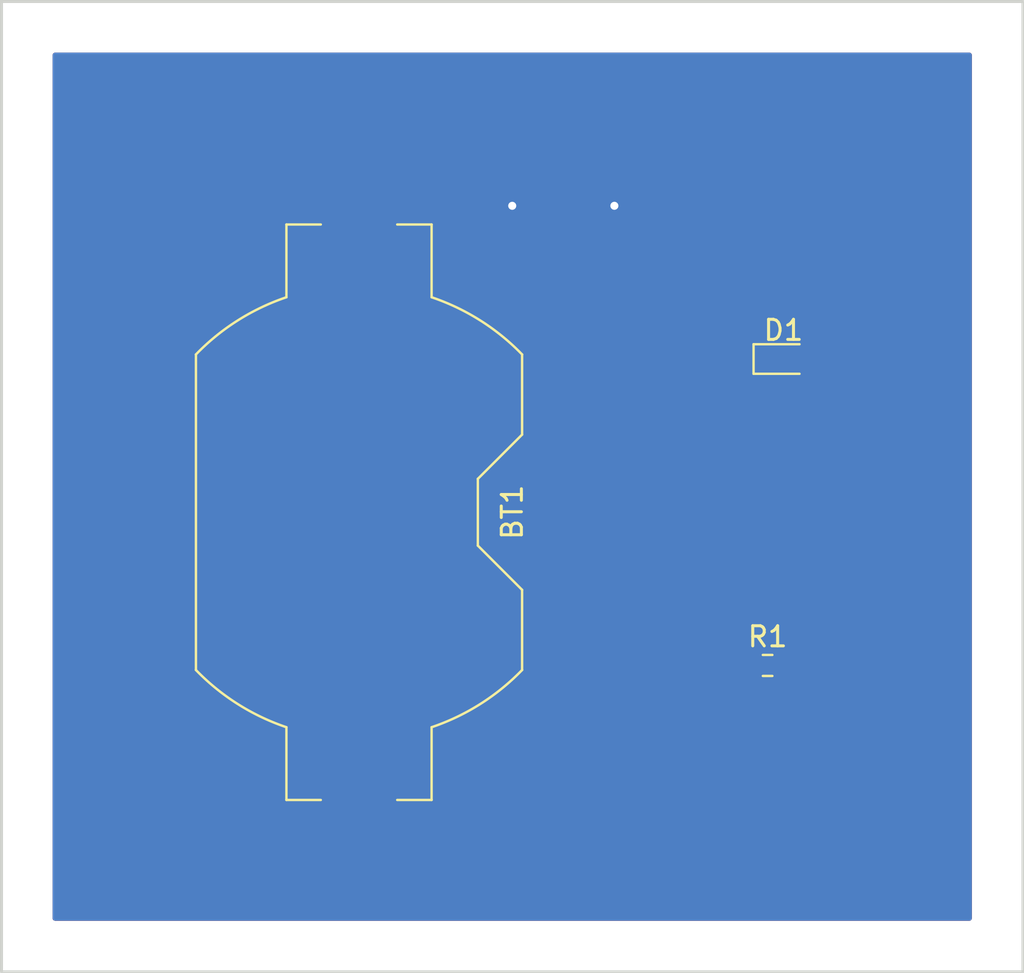
<source format=kicad_pcb>
(kicad_pcb (version 20221018) (generator pcbnew)
  (layers (0 "F.Cu" signal) (31 "B.Cu" signal) (34 "B.Paste" user) (35 "F.Paste" user) (36 "B.SilkS" user "B.Silkscreen") (37 "F.SilkS" user "F.Silkscreen") (38 "B.Mask" user) (39 "F.Mask" user) (44 "Edge.Cuts" user))
  (net 0 "")
  (net 1 "+5V")
  (net 2 "GND")
  (net 3 "Net-(D1-A)")
  (footprint "Battery:BatteryHolder_Keystone_1058_1x2032" (layer "F.Cu") (at 33.02 45.72 90)
    (fp_text reference "BT1" (at 0 7.62 90) (layer "F.SilkS"))
    (fp_text value "3V")
    (fp_line (start -14.31 -3.61) (end -10.692 -3.61) (stroke (width 0.12)) (layer "F.SilkS"))
    (fp_line (start -14.31 -1.9) (end -14.31 -3.61) (stroke (width 0.12)) (layer "F.SilkS"))
    (fp_line (start -14.31 1.9) (end -14.31 3.61) (stroke (width 0.12)) (layer "F.SilkS"))
    (fp_line (start -10.692 3.61) (end -14.31 3.61) (stroke (width 0.12)) (layer "F.SilkS"))
    (fp_line (start -7.8473 -8.11) (end 7.8473 -8.11) (stroke (width 0.12)) (layer "F.SilkS"))
    (fp_line (start -3.86 8.11) (end -7.8473 8.11) (stroke (width 0.12)) (layer "F.SilkS"))
    (fp_line (start -1.66 5.91) (end -3.86 8.11) (stroke (width 0.12)) (layer "F.SilkS"))
    (fp_line (start 1.66 5.91) (end -1.66 5.91) (stroke (width 0.12)) (layer "F.SilkS"))
    (fp_line (start 1.66 5.91) (end 3.86 8.11) (stroke (width 0.12)) (layer "F.SilkS"))
    (fp_line (start 7.8473 8.11) (end 3.86 8.11) (stroke (width 0.12)) (layer "F.SilkS"))
    (fp_line (start 10.692 -3.61) (end 14.31 -3.61) (stroke (width 0.12)) (layer "F.SilkS"))
    (fp_line (start 14.31 -1.9) (end 14.31 -3.61) (stroke (width 0.12)) (layer "F.SilkS"))
    (fp_line (start 14.31 1.9) (end 14.31 3.61) (stroke (width 0.12)) (layer "F.SilkS"))
    (fp_line (start 14.31 3.61) (end 10.692 3.61) (stroke (width 0.12)) (layer "F.SilkS"))
    (fp_arc (start -10.692 -3.61) (mid -9.538084 -6.031244) (end -7.845371 -8.111789) (stroke (width 0.12)) (layer "F.SilkS"))
    (fp_arc (start -7.845371 8.111789) (mid -9.538085 6.031244) (end -10.692 3.61) (stroke (width 0.12)) (layer "F.SilkS"))
    (fp_arc (start 7.845371 -8.111789) (mid 9.538085 -6.031244) (end 10.692 -3.61) (stroke (width 0.12)) (layer "F.SilkS"))
    (fp_arc (start 10.692 3.61) (mid 9.538084 6.031244) (end 7.845371 8.111789) (stroke (width 0.12)) (layer "F.SilkS"))
    (pad "1" smd rect (at -14.68 0 90) (size 2.54 3.51) (layers "F.Cu" "F.Paste" "F.Mask") (net 1 "+5V"))
    (pad "2" smd rect (at 14.68 0 90) (size 2.54 3.51) (layers "F.Cu" "F.Paste" "F.Mask") (net 2 "GND"))
  )
  (footprint "Diode_SMD:D_0603_1608Metric" (layer "F.Cu") (at 54.1275 38.1)
    (fp_text reference "D1" (at 0 -1.43) (layer "F.SilkS"))
    (fp_text value "RED")
    (fp_line (start -1.485 -0.735) (end -1.485 0.735) (stroke (width 0.12)) (layer "F.SilkS"))
    (fp_line (start -1.485 0.735) (end 0.8 0.735) (stroke (width 0.12)) (layer "F.SilkS"))
    (fp_line (start 0.8 -0.735) (end -1.485 -0.735) (stroke (width 0.12)) (layer "F.SilkS"))
    (pad "1" smd roundrect (at -0.7875 0) (size 0.875 0.95) (layers "F.Cu" "F.Paste" "F.Mask") (net 2 "GND"))
    (pad "2" smd roundrect (at 0.7875 0) (size 0.875 0.95) (layers "F.Cu" "F.Paste" "F.Mask") (net 3 "Net-(D1-A)"))
  )
  (footprint "Resistor_SMD:R_0603_1608Metric" (layer "F.Cu") (at 53.34 53.34)
    (fp_text reference "R1" (at 0 -1.43) (layer "F.SilkS"))
    (fp_text value "1K")
    (fp_line (start -0.237258 -0.5225) (end 0.237258 -0.5225) (stroke (width 0.12)) (layer "F.SilkS"))
    (fp_line (start -0.237258 0.5225) (end 0.237258 0.5225) (stroke (width 0.12)) (layer "F.SilkS"))
    (pad "1" smd roundrect (at -0.825 0) (size 0.8 0.95) (layers "F.Cu" "F.Paste" "F.Mask") (net 1 "+5V"))
    (pad "2" smd roundrect (at 0.825 0) (size 0.8 0.95) (layers "F.Cu" "F.Paste" "F.Mask") (net 3 "Net-(D1-A)"))
  )
  (gr_rect (start 15.24 20.32) (end 66.04 68.58) (stroke (width 0.15)) (fill none) (layer "Edge.Cuts"))
  (gr_text "rg" (at 48.26 45.72) (layer "F.Cu") (effects (font (size 1.5 1.5) (thickness 0.3) bold) (justify left bottom)))
  (segment (start 33.02 60.4) (end 45.455 60.4) (width 0.25) (layer "F.Cu") (net 1))
  (segment (start 45.455 60.4) (end 52.515 53.34) (width 0.25) (layer "F.Cu") (net 1))
  (segment (start 40.08 31.04) (end 33.02 31.04) (width 0.25) (layer "F.Cu") (net 2))
  (segment (start 40.64 30.48) (end 40.08 31.04) (width 0.25) (layer "F.Cu") (net 2))
  (segment (start 33.58 30.48) (end 33.02 31.04) (width 0.25) (layer "F.Cu") (net 2))
  (segment (start 53.34 38.1) (end 45.72 30.48) (width 0.25) (layer "F.Cu") (net 2))
  (via (at 45.72 30.48) (size 0.8) (drill 0.4) (layers "F.Cu" "B.Cu") (net 2))
  (via (at 40.64 30.48) (size 0.8) (drill 0.4) (layers "F.Cu" "B.Cu") (net 2))
  (segment (start 45.72 30.48) (end 40.64 30.48) (width 0.25) (layer "B.Cu") (net 2))
  (segment (start 55.88 38.1) (end 54.915 38.1) (width 0.25) (layer "F.Cu") (net 3))
  (segment (start 54.165 53.34) (end 55.88 51.625) (width 0.25) (layer "F.Cu") (net 3))
  (segment (start 55.88 51.625) (end 55.88 38.1) (width 0.25) (layer "F.Cu") (net 3))
  (zone (net 2) (net_name "GND") (layer "F.Cu") (connect_pads (clearance 0.5)) (min_thickness 0.25) (fill yes (thermal_gap 0.5) (thermal_bridge_width 0.5))
    (polygon (pts (xy 17.78 22.86) (xy 63.5 22.86) (xy 63.5 66.04) (xy 17.78 66.04)))
  )
  (zone (net 2) (net_name "GND") (layer "B.Cu") (priority 1) (connect_pads (clearance 0.5)) (min_thickness 0.25) (fill yes (thermal_gap 0.5) (thermal_bridge_width 0.5))
    (polygon (pts (xy 17.78 22.86) (xy 63.5 22.86) (xy 63.5 66.04) (xy 17.78 66.04)))
  )
)
</source>
